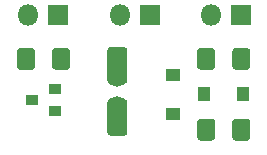
<source format=gbr>
%TF.GenerationSoftware,KiCad,Pcbnew,(5.1.6-0)*%
%TF.CreationDate,2023-05-08T15:43:43-07:00*%
%TF.ProjectId,LM1876_mute,4c4d3138-3736-45f6-9d75-74652e6b6963,rev?*%
%TF.SameCoordinates,Original*%
%TF.FileFunction,Soldermask,Top*%
%TF.FilePolarity,Negative*%
%FSLAX46Y46*%
G04 Gerber Fmt 4.6, Leading zero omitted, Abs format (unit mm)*
G04 Created by KiCad (PCBNEW (5.1.6-0)) date 2023-05-08 15:43:43*
%MOMM*%
%LPD*%
G01*
G04 APERTURE LIST*
%ADD10C,1.700000*%
%ADD11O,1.800000X1.800000*%
%ADD12R,1.800000X1.800000*%
%ADD13R,1.000000X0.900000*%
%ADD14R,1.300000X1.000000*%
%ADD15R,1.000000X1.300000*%
G04 APERTURE END LIST*
D10*
%TO.C,C2*%
X157500000Y-110250000D03*
X157500000Y-112750000D03*
%TD*%
%TO.C,C1*%
G36*
G01*
X158084375Y-110850000D02*
X156915625Y-110850000D01*
G75*
G02*
X156650000Y-110584375I0J265625D01*
G01*
X156650000Y-108015625D01*
G75*
G02*
X156915625Y-107750000I265625J0D01*
G01*
X158084375Y-107750000D01*
G75*
G02*
X158350000Y-108015625I0J-265625D01*
G01*
X158350000Y-110584375D01*
G75*
G02*
X158084375Y-110850000I-265625J0D01*
G01*
G37*
G36*
G01*
X158084375Y-115250000D02*
X156915625Y-115250000D01*
G75*
G02*
X156650000Y-114984375I0J265625D01*
G01*
X156650000Y-112415625D01*
G75*
G02*
X156915625Y-112150000I265625J0D01*
G01*
X158084375Y-112150000D01*
G75*
G02*
X158350000Y-112415625I0J-265625D01*
G01*
X158350000Y-114984375D01*
G75*
G02*
X158084375Y-115250000I-265625J0D01*
G01*
G37*
%TD*%
D11*
%TO.C,J5*%
X157710000Y-105000000D03*
D12*
X160250000Y-105000000D03*
%TD*%
%TO.C,R3*%
G36*
G01*
X151975000Y-109407456D02*
X151975000Y-108092544D01*
G75*
G02*
X152242544Y-107825000I267544J0D01*
G01*
X153232456Y-107825000D01*
G75*
G02*
X153500000Y-108092544I0J-267544D01*
G01*
X153500000Y-109407456D01*
G75*
G02*
X153232456Y-109675000I-267544J0D01*
G01*
X152242544Y-109675000D01*
G75*
G02*
X151975000Y-109407456I0J267544D01*
G01*
G37*
G36*
G01*
X149000000Y-109407456D02*
X149000000Y-108092544D01*
G75*
G02*
X149267544Y-107825000I267544J0D01*
G01*
X150257456Y-107825000D01*
G75*
G02*
X150525000Y-108092544I0J-267544D01*
G01*
X150525000Y-109407456D01*
G75*
G02*
X150257456Y-109675000I-267544J0D01*
G01*
X149267544Y-109675000D01*
G75*
G02*
X149000000Y-109407456I0J267544D01*
G01*
G37*
%TD*%
%TO.C,R2*%
G36*
G01*
X167225000Y-115407456D02*
X167225000Y-114092544D01*
G75*
G02*
X167492544Y-113825000I267544J0D01*
G01*
X168482456Y-113825000D01*
G75*
G02*
X168750000Y-114092544I0J-267544D01*
G01*
X168750000Y-115407456D01*
G75*
G02*
X168482456Y-115675000I-267544J0D01*
G01*
X167492544Y-115675000D01*
G75*
G02*
X167225000Y-115407456I0J267544D01*
G01*
G37*
G36*
G01*
X164250000Y-115407456D02*
X164250000Y-114092544D01*
G75*
G02*
X164517544Y-113825000I267544J0D01*
G01*
X165507456Y-113825000D01*
G75*
G02*
X165775000Y-114092544I0J-267544D01*
G01*
X165775000Y-115407456D01*
G75*
G02*
X165507456Y-115675000I-267544J0D01*
G01*
X164517544Y-115675000D01*
G75*
G02*
X164250000Y-115407456I0J267544D01*
G01*
G37*
%TD*%
%TO.C,R1*%
G36*
G01*
X165775000Y-108092544D02*
X165775000Y-109407456D01*
G75*
G02*
X165507456Y-109675000I-267544J0D01*
G01*
X164517544Y-109675000D01*
G75*
G02*
X164250000Y-109407456I0J267544D01*
G01*
X164250000Y-108092544D01*
G75*
G02*
X164517544Y-107825000I267544J0D01*
G01*
X165507456Y-107825000D01*
G75*
G02*
X165775000Y-108092544I0J-267544D01*
G01*
G37*
G36*
G01*
X168750000Y-108092544D02*
X168750000Y-109407456D01*
G75*
G02*
X168482456Y-109675000I-267544J0D01*
G01*
X167492544Y-109675000D01*
G75*
G02*
X167225000Y-109407456I0J267544D01*
G01*
X167225000Y-108092544D01*
G75*
G02*
X167492544Y-107825000I267544J0D01*
G01*
X168482456Y-107825000D01*
G75*
G02*
X168750000Y-108092544I0J-267544D01*
G01*
G37*
%TD*%
D13*
%TO.C,Q1*%
X150250000Y-112250000D03*
X152250000Y-111300000D03*
X152250000Y-113200000D03*
%TD*%
D11*
%TO.C,J4*%
X149960000Y-105000000D03*
D12*
X152500000Y-105000000D03*
%TD*%
D11*
%TO.C,J3*%
X165460000Y-105000000D03*
D12*
X168000000Y-105000000D03*
%TD*%
D14*
%TO.C,D2*%
X162250000Y-113400000D03*
X162250000Y-110100000D03*
%TD*%
D15*
%TO.C,D1*%
X164850000Y-111750000D03*
X168150000Y-111750000D03*
%TD*%
M02*

</source>
